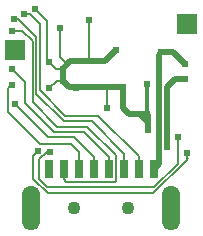
<source format=gbl>
G04*
G04 #@! TF.GenerationSoftware,Altium Limited,Altium Designer,20.1.8 (145)*
G04*
G04 Layer_Physical_Order=2*
G04 Layer_Color=16711680*
%FSLAX25Y25*%
%MOIN*%
G70*
G04*
G04 #@! TF.SameCoordinates,CA782F3F-0D54-4404-9751-EA5AB56DA471*
G04*
G04*
G04 #@! TF.FilePolarity,Positive*
G04*
G01*
G75*
%ADD12C,0.00600*%
%ADD41C,0.02000*%
%ADD43C,0.01200*%
%ADD45C,0.04331*%
%ADD46O,0.06000X0.15000*%
%ADD47C,0.02400*%
%ADD48R,0.07087X0.07087*%
%ADD49R,0.03150X0.05906*%
D12*
X231400Y186500D02*
X231500Y186600D01*
X231400Y179500D02*
Y186500D01*
X225500Y195466D02*
X225866Y195100D01*
X214632Y188631D02*
X216600D01*
X212200Y186200D02*
X214632Y188631D01*
X214531Y192569D02*
X216600D01*
X212100Y195000D02*
X214531Y192569D01*
X215797Y196503D02*
Y206403D01*
X215797Y196503D02*
X218166Y194134D01*
X225500Y195466D02*
Y209000D01*
X211400Y195700D02*
X212100Y195000D01*
X211400Y195700D02*
Y208501D01*
X207401Y212501D02*
X211400Y208501D01*
X205600Y210900D02*
X209000Y207500D01*
Y185500D02*
Y207500D01*
X203800Y210900D02*
X205600D01*
X247200Y153200D02*
X255050Y161050D01*
Y169850D01*
X258000Y163000D02*
Y164500D01*
Y163000D02*
X258400Y162600D01*
X257400Y161600D02*
X258400Y162600D01*
X209000Y185500D02*
X217568Y176932D01*
X201900Y209100D02*
X207800Y203200D01*
Y184400D02*
X217100Y175100D01*
X207800Y184400D02*
Y203200D01*
X244700Y177600D02*
X244781Y177682D01*
X211400Y165000D02*
X212500D01*
X208900Y162500D02*
X211400Y165000D01*
X208900Y155800D02*
Y162500D01*
Y155800D02*
X211500Y153200D01*
X247200D01*
X246900Y151100D02*
X257400Y161600D01*
X211800Y151100D02*
X246900D01*
X206900Y156000D02*
X211800Y151100D01*
X234000Y154900D02*
X234500Y155400D01*
Y163800D01*
X217900Y154900D02*
X234000D01*
X217009Y155791D02*
X217900Y154900D01*
X217009Y155791D02*
Y159283D01*
X206900Y156000D02*
Y163700D01*
X208400Y165200D01*
X242009Y159283D02*
Y163491D01*
X228569Y176932D02*
X242009Y163491D01*
X217568Y176932D02*
X228569D01*
X217100Y175100D02*
X226300D01*
X237009Y164391D01*
X200400Y209100D02*
X201900D01*
X206600Y181700D02*
Y201800D01*
X199900Y205400D02*
X203000D01*
X206600Y201800D01*
X237009Y159283D02*
Y164391D01*
X214881Y173419D02*
X224881D01*
X234500Y163800D01*
X206600Y181700D02*
X214881Y173419D01*
X232009Y159283D02*
Y163291D01*
X223800Y171500D02*
X232009Y163291D01*
X213700Y171500D02*
X223800D01*
X199800Y192600D02*
X204100Y188300D01*
Y181100D02*
Y188300D01*
X198500Y186100D02*
X199800Y187400D01*
X204100Y181100D02*
X213700Y171500D01*
X211665Y169835D02*
X220381D01*
X227009Y163207D01*
X200700Y180800D02*
X211665Y169835D01*
X227009Y159283D02*
Y163207D01*
X222009Y159283D02*
Y164991D01*
X219400Y167600D02*
X222009Y164991D01*
X209137Y167600D02*
X219400D01*
X198500Y178237D02*
X209137Y167600D01*
X198500Y178237D02*
Y186100D01*
D41*
X231500Y186600D02*
X236600D01*
X218632D02*
X231500D01*
X225866Y195100D02*
X230632D01*
X221100D02*
X225866D01*
X218166Y194134D02*
X219131Y195100D01*
X216600Y192569D02*
X218166Y194134D01*
X219131Y195100D02*
X221100D01*
X216600Y188631D02*
Y192569D01*
X230632Y195100D02*
X234532Y199000D01*
X216600Y188631D02*
X218632Y186600D01*
X251300Y166546D02*
Y186500D01*
X254100Y189300D01*
X257300D01*
X242400Y177600D02*
X245168Y174832D01*
X242400Y177600D02*
X244700D01*
X238700D02*
X242400D01*
X245168Y174832D02*
Y177132D01*
Y172400D02*
Y174832D01*
X244700Y177600D02*
X245168Y177132D01*
X236600Y179700D02*
Y186600D01*
Y179700D02*
X238700Y177600D01*
X247009Y159283D02*
X248600Y160875D01*
Y176700D01*
Y197400D01*
X249300Y198100D01*
X253500D01*
X257300Y194300D01*
D43*
X244781Y177682D02*
Y187489D01*
D45*
X238300Y146300D02*
D03*
X220584D02*
D03*
D46*
X252670D02*
D03*
X206213D02*
D03*
D47*
X231400Y179500D02*
D03*
X207401Y212501D02*
D03*
X234532Y199000D02*
D03*
X225500Y209000D02*
D03*
X245168Y172400D02*
D03*
X251300Y166546D02*
D03*
X255050Y169850D02*
D03*
X258000Y164500D02*
D03*
X216600Y188631D02*
D03*
Y192569D02*
D03*
X221000Y186200D02*
D03*
X212200D02*
D03*
X221100Y195100D02*
D03*
X212100Y195000D02*
D03*
X215797Y206403D02*
D03*
X244781Y187489D02*
D03*
X236600Y186600D02*
D03*
X244700Y177600D02*
D03*
X257300Y189300D02*
D03*
X212000Y157400D02*
D03*
Y160700D02*
D03*
X249300Y198100D02*
D03*
X257300Y194300D02*
D03*
X212500Y165000D02*
D03*
X208400Y165200D02*
D03*
X203800Y210900D02*
D03*
X200400Y209100D02*
D03*
X199900Y205400D02*
D03*
X199800Y187400D02*
D03*
X200700Y180800D02*
D03*
X199800Y192600D02*
D03*
D48*
X258200Y207500D02*
D03*
X200909Y198784D02*
D03*
D49*
X247009Y159283D02*
D03*
X242009D02*
D03*
X237009D02*
D03*
X217009D02*
D03*
X212009D02*
D03*
X222009D02*
D03*
X227009D02*
D03*
X232009D02*
D03*
M02*

</source>
